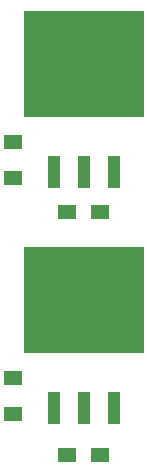
<source format=gbr>
G04 EAGLE Gerber RS-274X export*
G75*
%MOMM*%
%FSLAX34Y34*%
%LPD*%
%INSolderpaste Top*%
%IPPOS*%
%AMOC8*
5,1,8,0,0,1.08239X$1,22.5*%
G01*
%ADD10R,1.016000X2.692400*%
%ADD11R,10.160000X8.940800*%
%ADD12R,1.500000X1.270000*%
%ADD13R,1.600000X1.300000*%


D10*
X104600Y349576D03*
X130000Y349576D03*
X155400Y349576D03*
D11*
X130000Y441524D03*
D12*
X143970Y316000D03*
X116030Y316000D03*
D13*
X70000Y375240D03*
X70000Y344760D03*
D10*
X104600Y149576D03*
X130000Y149576D03*
X155400Y149576D03*
D11*
X130000Y241524D03*
D12*
X143970Y110000D03*
X116030Y110000D03*
D13*
X70000Y175240D03*
X70000Y144760D03*
M02*

</source>
